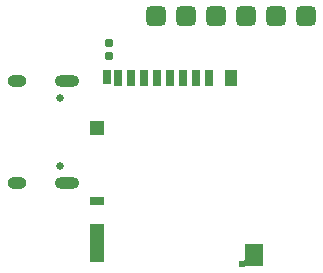
<source format=gbs>
G04 #@! TF.GenerationSoftware,KiCad,Pcbnew,(6.0.11-0)*
G04 #@! TF.CreationDate,2023-02-06T17:09:19+08:00*
G04 #@! TF.ProjectId,us3c,75733363-2e6b-4696-9361-645f70636258,rev?*
G04 #@! TF.SameCoordinates,Original*
G04 #@! TF.FileFunction,Soldermask,Bot*
G04 #@! TF.FilePolarity,Negative*
%FSLAX46Y46*%
G04 Gerber Fmt 4.6, Leading zero omitted, Abs format (unit mm)*
G04 Created by KiCad (PCBNEW (6.0.11-0)) date 2023-02-06 17:09:19*
%MOMM*%
%LPD*%
G01*
G04 APERTURE LIST*
G04 Aperture macros list*
%AMRoundRect*
0 Rectangle with rounded corners*
0 $1 Rounding radius*
0 $2 $3 $4 $5 $6 $7 $8 $9 X,Y pos of 4 corners*
0 Add a 4 corners polygon primitive as box body*
4,1,4,$2,$3,$4,$5,$6,$7,$8,$9,$2,$3,0*
0 Add four circle primitives for the rounded corners*
1,1,$1+$1,$2,$3*
1,1,$1+$1,$4,$5*
1,1,$1+$1,$6,$7*
1,1,$1+$1,$8,$9*
0 Add four rect primitives between the rounded corners*
20,1,$1+$1,$2,$3,$4,$5,0*
20,1,$1+$1,$4,$5,$6,$7,0*
20,1,$1+$1,$6,$7,$8,$9,0*
20,1,$1+$1,$8,$9,$2,$3,0*%
%AMRotRect*
0 Rectangle, with rotation*
0 The origin of the aperture is its center*
0 $1 length*
0 $2 width*
0 $3 Rotation angle, in degrees counterclockwise*
0 Add horizontal line*
21,1,$1,$2,0,0,$3*%
G04 Aperture macros list end*
%ADD10C,0.650000*%
%ADD11O,1.600000X1.000000*%
%ADD12O,2.100000X1.000000*%
%ADD13R,0.700000X1.400000*%
%ADD14R,0.700000X1.200000*%
%ADD15R,1.200000X0.800000*%
%ADD16R,1.200000X1.200000*%
%ADD17RotRect,0.200000X0.200000X135.000000*%
%ADD18R,1.500000X1.900000*%
%ADD19R,1.000000X1.400000*%
%ADD20R,0.500000X0.500000*%
%ADD21R,1.200000X3.200000*%
%ADD22RoundRect,0.425000X0.425000X-0.425000X0.425000X0.425000X-0.425000X0.425000X-0.425000X-0.425000X0*%
%ADD23RoundRect,0.155000X-0.155000X0.212500X-0.155000X-0.212500X0.155000X-0.212500X0.155000X0.212500X0*%
G04 APERTURE END LIST*
D10*
G04 #@! TO.C,J1*
X22459900Y-27437600D03*
X22459900Y-33217600D03*
D11*
X18809900Y-34647600D03*
D12*
X22989900Y-26007600D03*
X22989900Y-34647600D03*
D11*
X18809900Y-26007600D03*
G04 #@! TD*
D13*
G04 #@! TO.C,J4*
X35033000Y-25750600D03*
X33933000Y-25750600D03*
X32833000Y-25750600D03*
X31733000Y-25750600D03*
X30633000Y-25750600D03*
X29533000Y-25750600D03*
X28433000Y-25750600D03*
X27333000Y-25750600D03*
D14*
X26383000Y-25650600D03*
D15*
X25533000Y-36150600D03*
D16*
X25533000Y-29950600D03*
D17*
X38083000Y-41200600D03*
D18*
X38833000Y-40750600D03*
D19*
X36933000Y-25750600D03*
D20*
X37833000Y-41450600D03*
D21*
X25533000Y-39750600D03*
G04 #@! TD*
D22*
G04 #@! TO.C,J2*
X43230800Y-20497800D03*
X40690800Y-20497800D03*
X38150800Y-20497800D03*
X35610800Y-20497800D03*
X33070800Y-20497800D03*
X30530800Y-20497800D03*
G04 #@! TD*
D23*
G04 #@! TO.C,C5*
X26593800Y-22775100D03*
X26593800Y-23910100D03*
G04 #@! TD*
M02*

</source>
